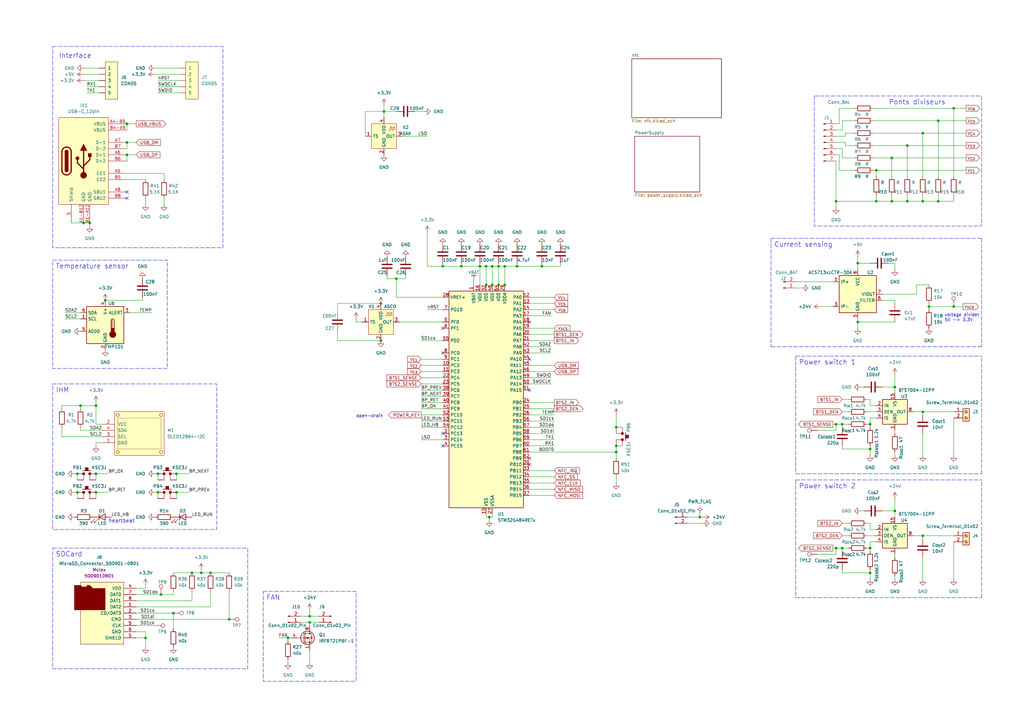
<source format=kicad_sch>
(kicad_sch (version 20230121) (generator eeschema)
  (paper "A3")
  (junction (at 82.55 234.95))
  (junction (at 252.73 185.42))
  (junction (at 31.75 201.93))
  (junction (at 64.77 194.31))
  (junction (at 367.03 209.55))
  (junction (at 72.39 194.31))
  (junction (at 351.79 132.08))
  (junction (at 204.47 116.84))
  (junction (at 391.16 44.45))
  (junction (at 207.01 109.22))
  (junction (at 201.93 109.22))
  (junction (at 39.37 194.31))
  (junction (at 31.75 194.31))
  (junction (at 367.03 158.75))
  (junction (at 356.87 224.79))
  (junction (at 384.81 49.53))
  (junction (at 200.66 212.09))
  (junction (at 378.46 219.71))
  (junction (at 356.87 173.99))
  (junction (at 199.39 109.22))
  (junction (at 372.11 82.55))
  (junction (at 127 252.73))
  (junction (at 59.69 261.62))
  (junction (at 342.9 224.79))
  (junction (at 378.46 54.61))
  (junction (at 356.87 234.95))
  (junction (at 71.12 251.46))
  (junction (at 199.39 116.84))
  (junction (at 52.07 58.42))
  (junction (at 207.01 116.84))
  (junction (at 359.41 69.85))
  (junction (at 72.39 201.93))
  (junction (at 156.21 124.46))
  (junction (at 356.87 184.15))
  (junction (at 162.56 114.3))
  (junction (at 52.07 50.8))
  (junction (at 33.02 166.37))
  (junction (at 365.76 82.55))
  (junction (at 391.16 125.73))
  (junction (at 345.44 173.99))
  (junction (at 78.74 234.95))
  (junction (at 342.9 173.99))
  (junction (at 372.11 59.69))
  (junction (at 39.37 166.37))
  (junction (at 34.29 91.44))
  (junction (at 43.18 123.19))
  (junction (at 222.25 109.22))
  (junction (at 378.46 168.91))
  (junction (at 365.76 64.77))
  (junction (at 342.9 82.55))
  (junction (at 212.09 109.22))
  (junction (at 204.47 109.22))
  (junction (at 127 255.27))
  (junction (at 156.21 139.7))
  (junction (at 189.23 109.22))
  (junction (at 287.02 212.09))
  (junction (at 384.81 82.55))
  (junction (at 345.44 224.79))
  (junction (at 378.46 82.55))
  (junction (at 252.73 175.26))
  (junction (at 64.77 201.93))
  (junction (at 351.79 107.95))
  (junction (at 118.11 261.62))
  (junction (at 201.93 116.84))
  (junction (at 66.04 243.84))
  (junction (at 181.61 109.22))
  (junction (at 157.48 45.72))
  (junction (at 359.41 82.55))
  (junction (at 52.07 63.5))
  (junction (at 252.73 182.88))
  (junction (at 93.98 254))
  (junction (at 381 125.73))
  (junction (at 86.36 234.95))
  (junction (at 39.37 201.93))
  (junction (at 196.85 109.22))
  (junction (at 36.83 91.44))
  (no_connect (at 217.17 147.32))
  (no_connect (at 217.17 132.08))
  (no_connect (at 181.61 144.78))
  (no_connect (at 52.07 78.74))
  (no_connect (at 181.61 134.62))
  (no_connect (at 217.17 187.96))
  (no_connect (at 217.17 190.5))
  (no_connect (at 217.17 160.02))
  (no_connect (at 181.61 182.88))
  (no_connect (at 181.61 177.8))
  (no_connect (at 52.07 81.28))
  (wire (pts (xy 35.56 38.1) (xy 40.64 38.1)))
  (wire (pts (xy 281.94 212.09) (xy 287.02 212.09)))
  (wire (pts (xy 53.34 128.27) (xy 62.23 128.27)))
  (wire (pts (xy 227.33 121.92) (xy 217.17 121.92)))
  (wire (pts (xy 367.03 227.33) (xy 367.03 228.6)))
  (polyline (pts (xy 326.39 196.85) (xy 326.39 245.11)) (stroke (width 0) (type dash)))
  (wire (pts (xy 201.93 109.22) (xy 201.93 116.84)))
  (wire (pts (xy 41.91 179.07) (xy 25.4 179.07)))
  (wire (pts (xy 217.17 175.26) (xy 227.33 175.26)))
  (wire (pts (xy 33.02 166.37) (xy 39.37 166.37)))
  (wire (pts (xy 41.91 181.61) (xy 39.37 181.61)))
  (wire (pts (xy 227.33 198.12) (xy 217.17 198.12)))
  (wire (pts (xy 172.72 175.26) (xy 181.61 175.26)))
  (wire (pts (xy 345.44 53.34) (xy 345.44 49.53)))
  (wire (pts (xy 252.73 175.26) (xy 255.27 175.26)))
  (wire (pts (xy 227.33 124.46) (xy 217.17 124.46)))
  (polyline (pts (xy 316.23 97.79) (xy 402.59 97.79)) (stroke (width 0) (type dash)))
  (wire (pts (xy 93.98 242.57) (xy 93.98 254)))
  (wire (pts (xy 342.9 173.99) (xy 345.44 173.99)))
  (polyline (pts (xy 402.59 245.11) (xy 402.59 196.85)) (stroke (width 0) (type dash)))
  (wire (pts (xy 172.72 147.32) (xy 181.61 147.32)))
  (wire (pts (xy 200.66 212.09) (xy 200.66 213.36)))
  (wire (pts (xy 358.14 49.53) (xy 384.81 49.53)))
  (wire (pts (xy 227.33 152.4) (xy 217.17 152.4)))
  (wire (pts (xy 222.25 109.22) (xy 229.87 109.22)))
  (wire (pts (xy 59.69 259.08) (xy 55.88 259.08)))
  (wire (pts (xy 114.3 261.62) (xy 118.11 261.62)))
  (wire (pts (xy 356.87 233.68) (xy 356.87 234.95)))
  (wire (pts (xy 252.73 185.42) (xy 252.73 187.96)))
  (wire (pts (xy 378.46 177.8) (xy 378.46 186.69)))
  (wire (pts (xy 227.33 203.2) (xy 217.17 203.2)))
  (wire (pts (xy 381 124.46) (xy 381 125.73)))
  (wire (pts (xy 163.83 132.08) (xy 181.61 132.08)))
  (wire (pts (xy 201.93 109.22) (xy 204.47 109.22)))
  (wire (pts (xy 358.14 64.77) (xy 365.76 64.77)))
  (wire (pts (xy 127 255.27) (xy 130.81 255.27)))
  (wire (pts (xy 52.07 73.66) (xy 59.69 73.66)))
  (wire (pts (xy 82.55 233.68) (xy 82.55 234.95)))
  (wire (pts (xy 345.44 182.88) (xy 345.44 184.15)))
  (wire (pts (xy 172.72 157.48) (xy 181.61 157.48)))
  (wire (pts (xy 378.46 219.71) (xy 391.16 219.71)))
  (wire (pts (xy 72.39 194.31) (xy 77.47 194.31)))
  (wire (pts (xy 372.11 82.55) (xy 378.46 82.55)))
  (wire (pts (xy 33.02 176.53) (xy 33.02 175.26)))
  (wire (pts (xy 361.95 123.19) (xy 367.03 123.19)))
  (wire (pts (xy 199.39 109.22) (xy 201.93 109.22)))
  (wire (pts (xy 367.03 185.42) (xy 367.03 186.69)))
  (wire (pts (xy 359.41 166.37) (xy 356.87 166.37)))
  (wire (pts (xy 31.75 201.93) (xy 31.75 204.47)))
  (wire (pts (xy 157.48 45.72) (xy 162.56 45.72)))
  (wire (pts (xy 356.87 224.79) (xy 355.6 224.79)))
  (wire (pts (xy 356.87 214.63) (xy 355.6 214.63)))
  (wire (pts (xy 189.23 109.22) (xy 196.85 109.22)))
  (wire (pts (xy 367.03 132.08) (xy 351.79 132.08)))
  (wire (pts (xy 378.46 54.61) (xy 396.24 54.61)))
  (wire (pts (xy 39.37 194.31) (xy 39.37 196.85)))
  (wire (pts (xy 361.95 120.65) (xy 375.92 120.65)))
  (wire (pts (xy 375.92 116.84) (xy 381 116.84)))
  (wire (pts (xy 58.42 121.92) (xy 58.42 123.19)))
  (wire (pts (xy 175.26 95.25) (xy 175.26 109.22)))
  (wire (pts (xy 149.86 45.72) (xy 157.48 45.72)))
  (wire (pts (xy 181.61 107.95) (xy 181.61 109.22)))
  (wire (pts (xy 59.69 261.62) (xy 59.69 265.43)))
  (wire (pts (xy 359.41 69.85) (xy 396.24 69.85)))
  (wire (pts (xy 158.75 114.3) (xy 162.56 114.3)))
  (wire (pts (xy 356.87 166.37) (xy 356.87 163.83)))
  (wire (pts (xy 204.47 116.84) (xy 204.47 119.38)))
  (wire (pts (xy 199.39 109.22) (xy 199.39 116.84)))
  (wire (pts (xy 351.79 130.81) (xy 351.79 132.08)))
  (wire (pts (xy 64.77 35.56) (xy 73.66 35.56)))
  (wire (pts (xy 372.11 82.55) (xy 365.76 82.55)))
  (wire (pts (xy 384.81 82.55) (xy 378.46 82.55)))
  (wire (pts (xy 375.92 120.65) (xy 375.92 116.84)))
  (wire (pts (xy 391.16 171.45) (xy 391.16 186.69)))
  (wire (pts (xy 138.43 124.46) (xy 156.21 124.46)))
  (wire (pts (xy 149.86 55.88) (xy 149.86 45.72)))
  (wire (pts (xy 52.07 58.42) (xy 52.07 60.96)))
  (wire (pts (xy 359.41 171.45) (xy 356.87 171.45)))
  (wire (pts (xy 252.73 182.88) (xy 255.27 182.88)))
  (wire (pts (xy 30.48 194.31) (xy 31.75 194.31)))
  (wire (pts (xy 71.12 234.95) (xy 78.74 234.95)))
  (wire (pts (xy 287.02 210.82) (xy 287.02 212.09)))
  (wire (pts (xy 34.29 27.94) (xy 40.64 27.94)))
  (wire (pts (xy 39.37 194.31) (xy 44.45 194.31)))
  (wire (pts (xy 52.07 50.8) (xy 52.07 53.34)))
  (wire (pts (xy 345.44 49.53) (xy 350.52 49.53)))
  (wire (pts (xy 227.33 200.66) (xy 217.17 200.66)))
  (wire (pts (xy 63.5 27.94) (xy 73.66 27.94)))
  (wire (pts (xy 204.47 109.22) (xy 204.47 116.84)))
  (wire (pts (xy 127 250.19) (xy 127 252.73)))
  (wire (pts (xy 26.67 128.27) (xy 33.02 128.27)))
  (wire (pts (xy 59.69 261.62) (xy 59.69 259.08)))
  (wire (pts (xy 26.67 130.81) (xy 33.02 130.81)))
  (wire (pts (xy 365.76 80.01) (xy 365.76 82.55)))
  (wire (pts (xy 199.39 118.11) (xy 199.39 116.84)))
  (wire (pts (xy 346.71 54.61) (xy 350.52 54.61)))
  (wire (pts (xy 344.17 44.45) (xy 350.52 44.45)))
  (wire (pts (xy 341.63 173.99) (xy 342.9 173.99)))
  (polyline (pts (xy 316.23 97.79) (xy 316.23 142.24)) (stroke (width 0) (type dash)))
  (wire (pts (xy 227.33 127) (xy 217.17 127)))
  (wire (pts (xy 346.71 55.88) (xy 346.71 54.61)))
  (wire (pts (xy 172.72 139.7) (xy 181.61 139.7)))
  (wire (pts (xy 367.03 158.75) (xy 367.03 161.29)))
  (wire (pts (xy 342.9 82.55) (xy 342.9 85.09)))
  (wire (pts (xy 172.72 149.86) (xy 181.61 149.86)))
  (wire (pts (xy 25.4 166.37) (xy 33.02 166.37)))
  (wire (pts (xy 351.79 105.41) (xy 351.79 107.95)))
  (wire (pts (xy 341.63 224.79) (xy 342.9 224.79)))
  (wire (pts (xy 345.44 64.77) (xy 350.52 64.77)))
  (wire (pts (xy 166.37 114.3) (xy 166.37 113.03)))
  (wire (pts (xy 55.88 241.3) (xy 59.69 241.3)))
  (wire (pts (xy 353.06 158.75) (xy 354.33 158.75)))
  (wire (pts (xy 384.81 49.53) (xy 396.24 49.53)))
  (wire (pts (xy 356.87 184.15) (xy 356.87 186.69)))
  (wire (pts (xy 118.11 261.62) (xy 119.38 261.62)))
  (wire (pts (xy 33.02 166.37) (xy 33.02 167.64)))
  (wire (pts (xy 356.87 173.99) (xy 355.6 173.99)))
  (wire (pts (xy 342.9 58.42) (xy 346.71 58.42)))
  (wire (pts (xy 138.43 139.7) (xy 156.21 139.7)))
  (wire (pts (xy 342.9 60.96) (xy 345.44 60.96)))
  (wire (pts (xy 175.26 127) (xy 181.61 127)))
  (wire (pts (xy 345.44 173.99) (xy 347.98 173.99)))
  (wire (pts (xy 212.09 109.22) (xy 222.25 109.22)))
  (wire (pts (xy 217.17 185.42) (xy 252.73 185.42)))
  (wire (pts (xy 359.41 222.25) (xy 356.87 222.25)))
  (wire (pts (xy 162.56 114.3) (xy 166.37 114.3)))
  (wire (pts (xy 367.03 209.55) (xy 367.03 212.09)))
  (wire (pts (xy 359.41 69.85) (xy 359.41 72.39)))
  (wire (pts (xy 345.44 214.63) (xy 347.98 214.63)))
  (wire (pts (xy 358.14 69.85) (xy 359.41 69.85)))
  (wire (pts (xy 217.17 177.8) (xy 227.33 177.8)))
  (wire (pts (xy 367.03 153.67) (xy 367.03 158.75)))
  (wire (pts (xy 34.29 91.44) (xy 36.83 91.44)))
  (wire (pts (xy 227.33 195.58) (xy 217.17 195.58)))
  (wire (pts (xy 127 255.27) (xy 127 256.54)))
  (wire (pts (xy 138.43 135.89) (xy 138.43 139.7)))
  (wire (pts (xy 227.33 137.16) (xy 217.17 137.16)))
  (wire (pts (xy 207.01 109.22) (xy 212.09 109.22)))
  (wire (pts (xy 181.61 121.92) (xy 162.56 121.92)))
  (wire (pts (xy 342.9 176.53) (xy 342.9 173.99)))
  (wire (pts (xy 199.39 210.82) (xy 199.39 212.09)))
  (wire (pts (xy 344.17 50.8) (xy 344.17 44.45)))
  (wire (pts (xy 39.37 173.99) (xy 41.91 173.99)))
  (wire (pts (xy 123.19 255.27) (xy 127 255.27)))
  (wire (pts (xy 86.36 248.92) (xy 86.36 242.57)))
  (wire (pts (xy 217.17 154.94) (xy 226.06 154.94)))
  (wire (pts (xy 227.33 139.7) (xy 217.17 139.7)))
  (wire (pts (xy 204.47 107.95) (xy 204.47 109.22)))
  (wire (pts (xy 172.72 154.94) (xy 181.61 154.94)))
  (wire (pts (xy 391.16 44.45) (xy 396.24 44.45)))
  (wire (pts (xy 217.17 157.48) (xy 226.06 157.48)))
  (wire (pts (xy 86.36 234.95) (xy 93.98 234.95)))
  (wire (pts (xy 367.03 236.22) (xy 367.03 237.49)))
  (wire (pts (xy 378.46 168.91) (xy 378.46 170.18)))
  (wire (pts (xy 39.37 181.61) (xy 39.37 182.88)))
  (wire (pts (xy 39.37 165.1) (xy 39.37 166.37)))
  (wire (pts (xy 196.85 109.22) (xy 199.39 109.22)))
  (wire (pts (xy 172.72 152.4) (xy 181.61 152.4)))
  (wire (pts (xy 118.11 270.51) (xy 118.11 271.78)))
  (wire (pts (xy 364.49 107.95) (xy 367.03 107.95)))
  (polyline (pts (xy 402.59 194.31) (xy 402.59 146.05)) (stroke (width 0) (type dash)))
  (wire (pts (xy 359.41 82.55) (xy 359.41 80.01)))
  (wire (pts (xy 345.44 173.99) (xy 345.44 175.26)))
  (wire (pts (xy 287.02 212.09) (xy 288.29 212.09)))
  (wire (pts (xy 391.16 222.25) (xy 391.16 237.49)))
  (wire (pts (xy 55.88 251.46) (xy 71.12 251.46)))
  (wire (pts (xy 391.16 125.73) (xy 394.97 125.73)))
  (wire (pts (xy 55.88 254) (xy 93.98 254)))
  (wire (pts (xy 367.03 176.53) (xy 367.03 177.8)))
  (wire (pts (xy 35.56 35.56) (xy 40.64 35.56)))
  (wire (pts (xy 252.73 182.88) (xy 252.73 185.42)))
  (wire (pts (xy 351.79 107.95) (xy 356.87 107.95)))
  (wire (pts (xy 365.76 82.55) (xy 359.41 82.55)))
  (wire (pts (xy 217.17 180.34) (xy 227.33 180.34)))
  (wire (pts (xy 52.07 71.12) (xy 67.31 71.12)))
  (wire (pts (xy 200.66 212.09) (xy 201.93 212.09)))
  (wire (pts (xy 356.87 234.95) (xy 356.87 237.49)))
  (wire (pts (xy 39.37 201.93) (xy 39.37 204.47)))
  (wire (pts (xy 172.72 167.64) (xy 181.61 167.64)))
  (polyline (pts (xy 402.59 142.24) (xy 316.23 142.24)) (stroke (width 0) (type dash)))
  (wire (pts (xy 217.17 142.24) (xy 226.06 142.24)))
  (wire (pts (xy 227.33 167.64) (xy 217.17 167.64)))
  (wire (pts (xy 344.17 63.5) (xy 344.17 69.85)))
  (wire (pts (xy 172.72 162.56) (xy 181.61 162.56)))
  (wire (pts (xy 378.46 228.6) (xy 378.46 237.49)))
  (wire (pts (xy 342.9 66.04) (xy 342.9 82.55)))
  (wire (pts (xy 172.72 165.1) (xy 181.61 165.1)))
  (polyline (pts (xy 326.39 194.31) (xy 402.59 194.31)) (stroke (width 0) (type dash)))
  (wire (pts (xy 55.88 243.84) (xy 66.04 243.84)))
  (wire (pts (xy 34.29 30.48) (xy 40.64 30.48)))
  (wire (pts (xy 146.05 132.08) (xy 148.59 132.08)))
  (wire (pts (xy 367.03 107.95) (xy 367.03 110.49)))
  (wire (pts (xy 78.74 234.95) (xy 82.55 234.95)))
  (wire (pts (xy 335.28 176.53) (xy 342.9 176.53)))
  (wire (pts (xy 381 125.73) (xy 381 127)))
  (wire (pts (xy 342.9 50.8) (xy 344.17 50.8)))
  (wire (pts (xy 67.31 81.28) (xy 67.31 83.82)))
  (polyline (pts (xy 326.39 146.05) (xy 326.39 194.31)) (stroke (width 0) (type dash)))
  (wire (pts (xy 391.16 44.45) (xy 391.16 72.39)))
  (wire (pts (xy 127 252.73) (xy 130.81 252.73)))
  (wire (pts (xy 345.44 184.15) (xy 356.87 184.15)))
  (wire (pts (xy 157.48 43.18) (xy 157.48 45.72)))
  (wire (pts (xy 367.03 204.47) (xy 367.03 209.55)))
  (wire (pts (xy 356.87 163.83) (xy 355.6 163.83)))
  (wire (pts (xy 158.75 113.03) (xy 158.75 114.3)))
  (wire (pts (xy 39.37 166.37) (xy 39.37 173.99)))
  (wire (pts (xy 372.11 80.01) (xy 372.11 82.55)))
  (wire (pts (xy 199.39 212.09) (xy 200.66 212.09)))
  (wire (pts (xy 58.42 123.19) (xy 43.18 123.19)))
  (wire (pts (xy 365.76 64.77) (xy 396.24 64.77)))
  (wire (pts (xy 342.9 63.5) (xy 344.17 63.5)))
  (wire (pts (xy 326.39 115.57) (xy 341.63 115.57)))
  (wire (pts (xy 55.88 248.92) (xy 86.36 248.92)))
  (wire (pts (xy 361.95 158.75) (xy 367.03 158.75)))
  (wire (pts (xy 342.9 82.55) (xy 359.41 82.55)))
  (wire (pts (xy 353.06 209.55) (xy 354.33 209.55)))
  (wire (pts (xy 335.28 227.33) (xy 342.9 227.33)))
  (wire (pts (xy 64.77 194.31) (xy 64.77 196.85)))
  (wire (pts (xy 63.5 194.31) (xy 64.77 194.31)))
  (wire (pts (xy 172.72 180.34) (xy 181.61 180.34)))
  (wire (pts (xy 391.16 82.55) (xy 384.81 82.55)))
  (wire (pts (xy 165.1 55.88) (xy 175.26 55.88)))
  (wire (pts (xy 345.44 233.68) (xy 345.44 234.95)))
  (wire (pts (xy 52.07 58.42) (xy 55.88 58.42)))
  (wire (pts (xy 227.33 193.04) (xy 217.17 193.04)))
  (wire (pts (xy 356.87 217.17) (xy 356.87 214.63)))
  (wire (pts (xy 138.43 128.27) (xy 138.43 124.46)))
  (wire (pts (xy 372.11 59.69) (xy 372.11 72.39)))
  (wire (pts (xy 342.9 224.79) (xy 345.44 224.79)))
  (wire (pts (xy 71.12 242.57) (xy 71.12 243.84)))
  (wire (pts (xy 72.39 194.31) (xy 72.39 196.85)))
  (wire (pts (xy 207.01 116.84) (xy 207.01 119.38)))
  (wire (pts (xy 384.81 49.53) (xy 384.81 72.39)))
  (wire (pts (xy 227.33 149.86) (xy 217.17 149.86)))
  (wire (pts (xy 361.95 209.55) (xy 367.03 209.55)))
  (wire (pts (xy 378.46 80.01) (xy 378.46 82.55)))
  (wire (pts (xy 181.61 109.22) (xy 189.23 109.22)))
  (wire (pts (xy 41.91 176.53) (xy 33.02 176.53)))
  (wire (pts (xy 189.23 107.95) (xy 189.23 109.22)))
  (wire (pts (xy 358.14 44.45) (xy 391.16 44.45)))
  (wire (pts (xy 25.4 167.64) (xy 25.4 166.37)))
  (polyline (pts (xy 326.39 196.85) (xy 402.59 196.85)) (stroke (width 0) (type dash)))
  (wire (pts (xy 336.55 125.73) (xy 341.63 125.73)))
  (wire (pts (xy 172.72 170.18) (xy 181.61 170.18)))
  (wire (pts (xy 217.17 129.54) (xy 226.06 129.54)))
  (wire (pts (xy 356.87 224.79) (xy 356.87 226.06)))
  (polyline (pts (xy 402.59 97.79) (xy 402.59 142.24)) (stroke (width 0) (type dash)))
  (wire (pts (xy 378.46 219.71) (xy 378.46 220.98)))
  (wire (pts (xy 52.07 63.5) (xy 55.88 63.5)))
  (wire (pts (xy 175.26 109.22) (xy 181.61 109.22)))
  (wire (pts (xy 67.31 71.12) (xy 67.31 73.66)))
  (wire (pts (xy 374.65 168.91) (xy 378.46 168.91)))
  (wire (pts (xy 358.14 59.69) (xy 372.11 59.69)))
  (wire (pts (xy 342.9 227.33) (xy 342.9 224.79)))
  (wire (pts (xy 374.65 219.71) (xy 378.46 219.71)))
  (wire (pts (xy 36.83 91.44) (xy 36.83 92.71)))
  (wire (pts (xy 356.87 182.88) (xy 356.87 184.15)))
  (wire (pts (xy 196.85 107.95) (xy 196.85 109.22)))
  (wire (pts (xy 345.44 60.96) (xy 345.44 64.77)))
  (wire (pts (xy 229.87 107.95) (xy 229.87 109.22)))
  (wire (pts (xy 59.69 241.3) (xy 59.69 240.03)))
  (wire (pts (xy 64.77 201.93) (xy 64.77 204.47)))
  (wire (pts (xy 378.46 168.91) (xy 391.16 168.91)))
  (wire (pts (xy 342.9 53.34) (xy 345.44 53.34)))
  (wire (pts (xy 227.33 165.1) (xy 217.17 165.1)))
  (wire (pts (xy 281.94 214.63) (xy 288.29 214.63)))
  (wire (pts (xy 345.44 163.83) (xy 347.98 163.83)))
  (wire (pts (xy 356.87 171.45) (xy 356.87 173.99)))
  (wire (pts (xy 378.46 54.61) (xy 378.46 72.39)))
  (wire (pts (xy 345.44 168.91) (xy 347.98 168.91)))
  (wire (pts (xy 31.75 194.31) (xy 31.75 196.85)))
  (wire (pts (xy 345.44 234.95) (xy 356.87 234.95)))
  (wire (pts (xy 201.93 116.84) (xy 201.93 119.38)))
  (wire (pts (xy 66.04 243.84) (xy 71.12 243.84)))
  (wire (pts (xy 55.88 261.62) (xy 59.69 261.62)))
  (wire (pts (xy 222.25 107.95) (xy 222.25 109.22)))
  (wire (pts (xy 71.12 257.81) (xy 71.12 251.46)))
  (wire (pts (xy 172.72 160.02) (xy 181.61 160.02)))
  (wire (pts (xy 59.69 81.28) (xy 59.69 83.82)))
  (wire (pts (xy 52.07 63.5) (xy 52.07 66.04)))
  (wire (pts (xy 207.01 109.22) (xy 207.01 116.84)))
  (wire (pts (xy 217.17 182.88) (xy 227.33 182.88)))
  (wire (pts (xy 217.17 172.72) (xy 227.33 172.72)))
  (wire (pts (xy 227.33 134.62) (xy 217.17 134.62)))
  (polyline (pts (xy 326.39 146.05) (xy 402.59 146.05)) (stroke (width 0) (type dash)))
  (wire (pts (xy 82.55 234.95) (xy 86.36 234.95)))
  (wire (pts (xy 345.44 219.71) (xy 347.98 219.71)))
  (wire (pts (xy 55.88 256.54) (xy 63.5 256.54)))
  (wire (pts (xy 72.39 201.93) (xy 72.39 204.47)))
  (wire (pts (xy 326.39 118.11) (xy 328.93 118.11)))
  (wire (pts (xy 194.31 115.57) (xy 194.31 116.84)))
  (wire (pts (xy 351.79 132.08) (xy 351.79 134.62)))
  (wire (pts (xy 157.48 48.26) (xy 157.48 45.72)))
  (wire (pts (xy 72.39 201.93) (xy 77.47 201.93)))
  (wire (pts (xy 355.6 168.91) (xy 359.41 168.91)))
  (wire (pts (xy 196.85 109.22) (xy 196.85 116.84)))
  (wire (pts (xy 34.29 33.02) (xy 40.64 33.02)))
  (wire (pts (xy 123.19 252.73) (xy 127 252.73)))
  (wire (pts (xy 63.5 201.93) (xy 64.77 201.93)))
  (wire (pts (xy 204.47 109.22) (xy 207.01 109.22)))
  (wire (pts (xy 162.56 121.92) (xy 162.56 114.3)))
  (wire (pts (xy 63.5 30.48) (xy 73.66 30.48)))
  (wire (pts (xy 217.17 144.78) (xy 226.06 144.78)))
  (wire (pts (xy 351.79 107.95) (xy 351.79 110.49)))
  (wire (pts (xy 52.07 50.8) (xy 55.88 50.8)))
  (wire (pts (xy 381 125.73) (xy 391.16 125.73)))
  (wire (pts (xy 344.17 69.85) (xy 350.52 69.85)))
  (wire (pts (xy 39.37 201.93) (xy 44.45 201.93)))
  (wire (pts (xy 30.48 201.93) (xy 31.75 201.93)))
  (wire (pts (xy 355.6 219.71) (xy 359.41 219.71)))
  (wire (pts (xy 345.44 224.79) (xy 347.98 224.79)))
  (wire (pts (xy 212.09 107.95) (xy 212.09 109.22)))
  (wire (pts (xy 29.21 91.44) (xy 34.29 91.44)))
  (wire (pts (xy 356.87 222.25) (xy 356.87 224.79)))
  (wire (pts (xy 118.11 261.62) (xy 118.11 262.89)))
  (wire (pts (xy 201.93 210.82) (xy 201.93 212.09)))
  (wire (pts (xy 172.72 172.72) (xy 181.61 172.72)))
  (wire (pts (xy 345.44 224.79) (xy 345.44 226.06)))
  (wire (pts (xy 64.77 33.02) (xy 73.66 33.02)))
  (wire (pts (xy 146.05 130.81) (xy 146.05 132.08)))
  (wire (pts (xy 391.16 80.01) (xy 391.16 82.55)))
  (wire (pts (xy 346.71 59.69) (xy 350.52 59.69)))
  (wire (pts (xy 342.9 55.88) (xy 346.71 55.88)))
  (wire (pts (xy 217.17 170.18) (xy 227.33 170.18)))
  (wire (pts (xy 252.73 170.18) (xy 252.73 175.26)))
  (wire (pts (xy 384.81 80.01) (xy 384.81 82.55)))
  (wire (pts (xy 78.74 246.38) (xy 55.88 246.38)))
  (polyline (pts (xy 326.39 245.11) (xy 402.59 245.11)) (stroke (width 0) (type dash)))
  (wire (pts (xy 356.87 173.99) (xy 356.87 175.26)))
  (wire (pts (xy 252.73 195.58) (xy 252.73 198.12)))
  (wire (pts (xy 372.11 59.69) (xy 396.24 59.69)))
  (wire (pts (xy 25.4 179.07) (xy 25.4 175.26)))
  (wire (pts (xy 365.76 64.77) (xy 365.76 72.39)))
  (wire (pts (xy 367.03 123.19) (xy 367.03 124.46)))
  (wire (pts (xy 64.77 38.1) (xy 73.66 38.1)))
  (wire (pts (xy 346.71 58.42) (xy 346.71 59.69)))
  (wire (pts (xy 173.99 45.72) (xy 170.18 45.72)))
  (wire (pts (xy 359.41 217.17) (xy 356.87 217.17)))
  (wire (pts (xy 358.14 54.61) (xy 378.46 54.61)))
  (wire (pts (xy 127 271.78) (xy 127 266.7)))
  (wire (pts (xy 78.74 242.57) (xy 78.74 246.38)))
  (rectangle (start 107.95 242.57) (end 146.05 279.4) (stroke (width 0) (type dash)))
  (rectangle (start 21.59 224.79) (end 101.6 274.32) (stroke (width 0) (type dash)))
  (rectangle (start 21.59 106.68) (end 68.58 151.13) (stroke (width 0) (type dash)))
  (rectangle (start 334.01 39.37) (end 402.59 92.71) (stroke (width 0) (type dash)))
  (rectangle (start 21.59 19.05) (end 91.44 101.6) (stroke (width 0) (type dash)))
  (rectangle (start 21.59 157.48) (end 88.9 217.17) (stroke (width 0) (type dash)))
  (text "Interface" (at 24.13 24.13 0) (effects (font (size 2 2)) (justify left bottom)))
  (text "Power switch 1" (at 327.66 149.86 0) (effects (font (size 2 2)) (justify left bottom)))
  (text "voltage divider\n5V -> 3.3V" (at 387.35 132.08 0) (effects (font (size 1.27 1.27)) (justify left bottom)))
  (text "IHM" (at 22.86 161.29 0) (effects (font (size 2 2)) (justify left bottom)))
  (text "Current sensing" (at 317.5 101.6 0) (effects (font (size 2 2)) (justify left bottom)))
  (text "SDCard" (at 22.86 228.6 0) (effects (font (size 2 2)) (justify left bottom)))
  (text "Ponts diviseurs" (at 364.49 43.18 0) (effects (font (size 2 2)) (justify left bottom)))
  (text "heartbeat" (at 44.45 214.63 0) (effects (font (size 1.5 1.5)) (justify left bottom)))
  (text "Temperature sensor" (at 22.86 110.49 0) (effects (font (size 2 2)) (justify left bottom)))
  (text "open-drain" (at 146.05 171.45 0) (effects (font (size 1.27 1.27)) (justify left bottom)))
  (text "FAN" (at 109.22 246.38 0) (effects (font (size 2 2)) (justify left bottom)))
  (text "Power switch 2" (at 327.66 200.66 0) (effects (font (size 2 2)) (justify left bottom)))
  (label "BP_OK" (at 44.45 194.31 0))
  (label "SD1di" (at 227.33 177.8 180))
  (label "SDA2" (at 226.06 142.24 180))
  (label "SWDCLK" (at 226.06 157.48 180))
  (label "SDA2" (at 26.67 128.27 0))
  (label "SD1di" (at 63.5 254 180))
  (label "BP_NEXT" (at 77.47 194.31 0))
  (label "SD1do" (at 227.33 175.26 180))
  (label "TEMP" (at 62.23 128.27 180))
  (label "SCL2" (at 226.06 144.78 180))
  (label "RX1" (at 35.56 35.56 0))
  (label "BP_NEXT" (at 172.72 162.56 0))
  (label "SDA2" (at 36.83 176.53 0))
  (label "TEMP" (at 227.33 170.18 180))
  (label "LSO" (at 172.72 180.34 0))
  (label "SWDCLK" (at 64.77 35.56 0))
  (label "LED_RUN" (at 172.72 172.72 0))
  (label "LED_RUN" (at 78.74 212.09 0))
  (label "SCL2" (at 36.83 179.07 0))
  (label "FAN" (at 114.3 261.62 0))
  (label "LED_HB" (at 45.72 212.09 0))
  (label "BP_PREV" (at 172.72 160.02 0))
  (label "SD1cs" (at 63.5 251.46 180))
  (label "nRST" (at 64.77 33.02 0))
  (label "BP_OK" (at 172.72 167.64 0))
  (label "TX1" (at 227.33 180.34 180))
  (label "TX1" (at 35.56 38.1 0))
  (label "FAN" (at 226.06 129.54 180))
  (label "SCL2" (at 26.67 130.81 0))
  (label "SD1cs" (at 172.72 139.7 0))
  (label "BP_RET" (at 172.72 165.1 0))
  (label "SWDIO" (at 226.06 154.94 180))
  (label "LED_HB" (at 172.72 175.26 0))
  (label "SD1ck" (at 63.5 256.54 180))
  (label "SD1ck" (at 227.33 172.72 180))
  (label "BOOT0" (at 227.33 185.42 180))
  (label "SD1do" (at 64.77 243.84 180))
  (label "BP_RET" (at 44.45 201.93 0))
  (label "SWDIO" (at 64.77 38.1 0))
  (label "LSO" (at 175.26 55.88 180))
  (label "nRST" (at 175.26 127 0))
  (label "RX1" (at 227.33 182.88 180))
  (label "BP_PREV" (at 77.47 201.93 0))
  (global_label "V_{C4}" (shape output) (at 396.24 54.61 0) (property "Intersheetrefs" "${INTERSHEET_REFS}" (effects hide)))
  (global_label "USB_VBUS" (shape output) (at 55.88 50.8 0) (property "Intersheetrefs" "${INTERSHEET_REFS}" (effects hide)))
  (global_label "BTS1_SENSE" (shape output) (at 341.63 173.99 180) (property "Intersheetrefs" "${INTERSHEET_REFS}" (effects hide)))
  (global_label "BTS2_DEN" (shape input) (at 345.44 219.71 180) (property "Intersheetrefs" "${INTERSHEET_REFS}" (effects hide)))
  (global_label "V_{C3}" (shape output) (at 396.24 59.69 0) (property "Intersheetrefs" "${INTERSHEET_REFS}" (effects hide)))
  (global_label "BTS1_DEN" (shape output) (at 227.33 137.16 0) (property "Intersheetrefs" "${INTERSHEET_REFS}" (effects hide)))
  (global_label "NFC_MISO" (shape input) (at 227.33 200.66 0) (property "Intersheetrefs" "${INTERSHEET_REFS}" (effects hide)))
  (global_label "NFC_MOSI" (shape input) (at 227.33 203.2 0) (property "Intersheetrefs" "${INTERSHEET_REFS}" (effects hide)))
  (global_label "NFC_IRQ" (shape input) (at 227.33 193.04 0) (property "Intersheetrefs" "${INTERSHEET_REFS}" (effects hide)))
  (global_label "BTS2_IN" (shape output) (at 227.33 165.1 0) (property "Intersheetrefs" "${INTERSHEET_REFS}" (effects hide)))
  (global_label "BTS1_SENSE" (shape input) (at 172.72 154.94 180) (property "Intersheetrefs" "${INTERSHEET_REFS}" (effects hide)))
  (global_label "V_{C1}" (shape input) (at 172.72 147.32 180) (property "Intersheetrefs" "${INTERSHEET_REFS}" (effects hide)))
  (global_label "BTS2_IN" (shape input) (at 345.44 214.63 180) (property "Intersheetrefs" "${INTERSHEET_REFS}" (effects hide)))
  (global_label "V_{C6}" (shape input) (at 227.33 127 0) (property "Intersheetrefs" "${INTERSHEET_REFS}" (effects hide)))
  (global_label "BTS2_SENSE" (shape input) (at 172.72 157.48 180) (property "Intersheetrefs" "${INTERSHEET_REFS}" (effects hide)))
  (global_label "NFC_CLK" (shape input) (at 227.33 198.12 0) (property "Intersheetrefs" "${INTERSHEET_REFS}" (effects hide)))
  (global_label "V_{C6}" (shape output) (at 396.24 44.45 0) (property "Intersheetrefs" "${INTERSHEET_REFS}" (effects hide)))
  (global_label "V_{ACS}" (shape input) (at 227.33 134.62 0) (property "Intersheetrefs" "${INTERSHEET_REFS}" (effects hide)))
  (global_label "USB_DM" (shape input) (at 55.88 58.42 0) (property "Intersheetrefs" "${INTERSHEET_REFS}" (effects hide)))
  (global_label "BTS1_IN" (shape output) (at 227.33 139.7 0) (property "Intersheetrefs" "${INTERSHEET_REFS}" (effects hide)))
  (global_label "USB_DP" (shape input) (at 55.88 63.5 0) (property "Intersheetrefs" "${INTERSHEET_REFS}" (effects hide)))
  (global_label "V_{C5}" (shape input) (at 227.33 124.46 0) (property "Intersheetrefs" "${INTERSHEET_REFS}" (effects hide)))
  (global_label "V_{C5}" (shape output) (at 396.24 49.53 0) (property "Intersheetrefs" "${INTERSHEET_REFS}" (effects hide)))
  (global_label "BTS1_IN" (shape input) (at 345.44 163.83 180) (property "Intersheetrefs" "${INTERSHEET_REFS}" (effects hide)))
  (global_label "BTS2_DEN" (shape output) (at 227.33 167.64 0) (property "Intersheetrefs" "${INTERSHEET_REFS}" (effects hide)))
  (global_label "BTS2_SENSE" (shape output) (at 341.63 224.79 180) (property "Intersheetrefs" "${INTERSHEET_REFS}" (effects hide)))
  (global_label "V_{C3}" (shape input) (at 172.72 152.4 180) (property "Intersheetrefs" "${INTERSHEET_REFS}" (effects hide)))
  (global_label "USB_DM" (shape input) (at 227.33 149.86 0) (property "Intersheetrefs" "${INTERSHEET_REFS}" (effects hide)))
  (global_label "NFC_SS" (shape input) (at 227.33 195.58 0) (property "Intersheetrefs" "${INTERSHEET_REFS}" (effects hide)))
  (global_label "V_{C1}" (shape output) (at 396.24 69.85 0) (property "Intersheetrefs" "${INTERSHEET_REFS}" (effects hide)))
  (global_label "BTS1_DEN" (shape input) (at 345.44 168.91 180) (property "Intersheetrefs" "${INTERSHEET_REFS}" (effects hide)))
  (global_label "V_{C2}" (shape output) (at 396.24 64.77 0) (property "Intersheetrefs" "${INTERSHEET_REFS}" (effects hide)))
  (global_label "POWER_KEY" (shape output) (at 172.72 170.18 180) (property "Intersheetrefs" "${INTERSHEET_REFS}" (effects hide)))
  (global_label "USB_DP" (shape input) (at 227.33 152.4 0) (property "Intersheetrefs" "${INTERSHEET_REFS}" (effects hide)))
  (global_label "V_{C2}" (shape input) (at 172.72 149.86 180) (property "Intersheetrefs" "${INTERSHEET_REFS}" (effects hide)))
  (global_label "V_{ACS}" (shape output) (at 394.97 125.73 0) (property "Intersheetrefs" "${INTERSHEET_REFS}" (effects hide)))
  (global_label "V_{C4}" (shape input) (at 227.33 121.92 0) (property "Intersheetrefs" "${INTERSHEET_REFS}" (effects hide)))
  (symbol (lib_id "Device:C") (at 166.37 109.22 180) (unit 1)
    (property "Reference" "C26" (at 166.37 111.76 0) (effects (justify left)))
    (property "Value" "100nF" (at 166.37 106.68 0) (effects (justify left)))
    (property "Footprint" "Capacitor_SMD:C_0603_1608Metric" (effects hide))
  )
  (symbol (lib_id "_GRZ_Switches:KSC3J") (at 34.29 196.85 0) (unit 1)
    (property "Reference" "PB1" (at 31.75 191.77 0))
    (property "Value" "KSC3J" (at 40.64 191.77 0))
    (property "Footprint" "_Switches_GRZ:KSC3J" (effects hide))
  )
  (symbol (lib_id "power:GND") (at 173.99 45.72 90) (unit 1)
    (property "Reference" "#PWR063" (effects hide))
    (property "Value" "GND" (at 177.8 45.72 90) (effects (justify right)))
  )
  (symbol (lib_id "power:GND") (at 351.79 134.62 0) (unit 1)
    (property "Reference" "#PWR014" (effects hide))
    (property "Value" "GND" (at 351.79 139.7 0))
  )
  (symbol (lib_id "Device:C") (at 367.03 128.27 0) (unit 1)
    (property "Reference" "C_{F}1" (at 370.84 128.27 0) (effects (justify left)))
    (property "Value" "47nF" (at 370.84 130.81 0) (effects (justify left)))
    (property "Footprint" "Capacitor_SMD:C_0603_1608Metric" (effects hide))
  )
  (symbol (lib_id "Device:C") (at 345.44 229.87 0) (unit 1)
    (property "Reference" "C_{SENSE}2" (at 334.01 229.87 0) (effects (justify left)))
    (property "Value" "220p" (at 339.09 232.41 0) (effects (justify left)))
    (property "Footprint" "Capacitor_SMD:C_0603_1608Metric" (effects hide))
  )
  (symbol (lib_id "power:GND") (at 229.87 100.33 180) (unit 1)
    (property "Reference" "#PWR070" (effects hide))
    (property "Value" "GND" (at 229.87 95.25 0))
  )
  (symbol (lib_id "Device:C") (at 360.68 107.95 90) (unit 1)
    (property "Reference" "C_{BYP}1" (at 367.03 104.14 90) (effects (justify left)))
    (property "Value" "100nF" (at 368.3 106.68 90) (effects (justify left)))
    (property "Footprint" "Capacitor_SMD:C_0603_1608Metric" (effects hide))
  )
  (symbol (lib_id "power:+24V") (at 367.03 204.47 0) (unit 1)
    (property "Reference" "#PWR022" (effects hide))
    (property "Value" "+24V" (at 367.03 199.39 0))
  )
  (symbol (lib_id "Device:R") (at 354.33 49.53 90) (unit 1)
    (property "Reference" "R5" (at 351.79 52.07 90))
    (property "Value" "R" (at 355.6 52.07 90))
    (property "Footprint" "Resistor_SMD:R_0603_1608Metric" (effects hide))
  )
  (symbol (lib_id "Device:R") (at 378.46 76.2 180) (unit 1)
    (property "Reference" "R13" (at 381 78.74 0))
    (property "Value" "R" (at 381 74.93 0))
    (property "Footprint" "Resistor_SMD:R_0603_1608Metric" (effects hide))
  )
  (symbol (lib_id "Device:R") (at 93.98 238.76 0) (unit 1)
    (property "Reference" "R39" (at 97.79 237.49 0))
    (property "Value" "40k" (at 97.79 240.03 0))
    (property "Footprint" "Resistor_SMD:R_0603_1608Metric" (effects hide))
  )
  (symbol (lib_id "_GRZ_Connectors:CON05") (at 73.66 27.94 0) (unit 1)
    (property "Reference" "J7" (at 82.55 31.75 0) (effects (justify left)))
    (property "Value" "CON05" (at 82.55 34.29 0) (effects (justify left)))
    (property "Footprint" "_Connectors_GRZ:PicoBlade_53398-0571" (effects hide))
  )
  (symbol (lib_id "_GRZ_Misc:ASCO") (at 156.21 132.08 0) (unit 1)
    (property "Reference" "X1" (at 152.4 125.73 0))
    (property "Value" "ASCO" (at 160.02 125.73 0))
    (property "Footprint" "_Misc_GRZ:Osc_ASCO" (effects hide))
    (property "MFR" "Abracon" (effects hide))
  )
  (symbol (lib_id "Device:R") (at 365.76 76.2 180) (unit 1)
    (property "Reference" "R11" (at 368.3 78.74 0))
    (property "Value" "R" (at 368.3 74.93 0))
    (property "Footprint" "Resistor_SMD:R_0603_1608Metric" (effects hide))
  )
  (symbol (lib_id "Connector:Screw_Terminal_01x02") (at 396.24 168.91 0) (unit 1)
    (property "Reference" "J3" (at 398.78 168.91 0) (effects (justify left)))
    (property "Value" "Screw_Terminal_01x02" (at 379.73 165.1 0) (effects (justify left)))
    (property "Footprint" "TerminalBlock:TerminalBlock_bornier-2_P5.08mm" (effects hide))
  )
  (symbol (lib_id "Connector:TestPoint") (at 335.28 176.53 90) (unit 1)
    (property "Reference" "TP11" (at 332.74 179.07 90) (effects (justify left)))
    (property "Value" "TestPoint" (effects hide))
    (property "Footprint" "TestPoint:TestPoint_Pad_D2.0mm" (effects hide))
  )
  (symbol (lib_id "Device:C") (at 196.85 104.14 0) (unit 1)
    (property "Reference" "C20" (at 196.85 101.6 0) (effects (justify left)))
    (property "Value" "100nF" (at 196.85 106.68 0) (effects (justify left)))
    (property "Footprint" "Capacitor_SMD:C_0603_1608Metric" (effects hide))
  )
  (symbol (lib_id "power:GND") (at 63.5 194.31 270) (unit 1)
    (property "Reference" "#PWR07" (effects hide))
    (property "Value" "GND" (at 59.69 194.31 90) (effects (justify right)))
  )
  (symbol (lib_id "power:GND") (at 71.12 265.43 0) (unit 1)
    (property "Reference" "#PWR081" (effects hide))
    (property "Value" "GND" (at 71.12 270.51 0))
  )
  (symbol (lib_id "power:GND") (at 288.29 214.63 90) (unit 1)
    (property "Reference" "#PWR0105" (effects hide))
    (property "Value" "GND" (at 292.1 214.63 90) (effects (justify right)))
  )
  (symbol (lib_id "power:GND") (at 353.06 209.55 270) (unit 1)
    (property "Reference" "#PWR016" (effects hide))
    (property "Value" "GND" (at 349.25 209.55 90) (effects (justify right)))
  )
  (symbol (lib_id "Device:R") (at 354.33 64.77 90) (unit 1)
    (property "Reference" "R8" (at 351.79 67.31 90))
    (property "Value" "R" (at 355.6 67.31 90))
    (property "Footprint" "Resistor_SMD:R_0603_1608Metric" (effects hide))
  )
  (symbol (lib_id "power:GND") (at 30.48 194.31 270) (unit 1)
    (property "Reference" "#PWR02" (effects hide))
    (property "Value" "GND" (at 26.67 194.31 90) (effects (justify right)))
  )
  (symbol (lib_id "power:PWR_FLAG") (at 287.02 210.82 0) (unit 1)
    (property "Reference" "#FLG03" (effects hide))
    (property "Value" "PWR_FLAG" (at 287.02 205.74 0))
  )
  (symbol (lib_id "Device:C") (at 212.09 104.14 0) (unit 1)
    (property "Reference" "C22" (at 212.09 101.6 0) (effects (justify left)))
    (property "Value" "4.7uF" (at 212.09 106.68 0) (effects (justify left)))
    (property "Footprint" "Capacitor_SMD:C_0603_1608Metric" (effects hide))
  )
  (symbol (lib_id "Device:C") (at 358.14 158.75 270) (unit 1)
    (property "Reference" "C_{VS}1" (at 358.14 151.13 90))
    (property "Value" "100nF" (at 358.14 153.67 90))
    (property "Footprint" "Capacitor_SMD:C_0603_1608Metric" (effects hide))
  )
  (symbol (lib_id "power:+3.3V") (at 82.55 233.68 0) (unit 1)
    (property "Reference" "#PWR082" (effects hide))
    (property "Value" "+3.3V" (at 82.55 228.6 0))
  )
  (symbol (lib_id "Device:C") (at 58.42 118.11 180) (unit 1)
    (property "Reference" "C28" (at 63.5 115.57 0) (effects (justify left)))
    (property "Value" "100nF" (at 64.77 120.65 0) (effects (justify left)))
    (property "Footprint" "Capacitor_SMD:C_0603_1608Metric" (effects hide))
  )
  (symbol (lib_id "power:+3.3V") (at 175.26 95.25 0) (unit 1)
    (property "Reference" "#PWR010" (effects hide))
    (property "Value" "+3.3V" (at 175.26 90.17 0))
  )
  (symbol (lib_id "power:GND") (at 391.16 186.69 0) (unit 1)
    (property "Reference" "#PWR027" (effects hide))
    (property "Value" "GND" (at 391.16 191.77 0))
  )
  (symbol (lib_id "power:+5V") (at 34.29 30.48 90) (unit 1)
    (property "Reference" "#PWR076" (effects hide))
    (property "Value" "+5V" (at 30.48 30.48 90) (effects (justify left)))
  )
  (symbol (lib_id "Device:C") (at 378.46 224.79 0) (unit 1)
    (property "Reference" "C_{OUT}2" (at 382.27 223.52 0) (effects (justify left)))
    (property "Value" "10nF" (at 382.27 226.06 0) (effects (justify left)))
    (property "Footprint" "Capacitor_SMD:C_0603_1608Metric" (effects hide))
  )
  (symbol (lib_id "Device:R") (at 78.74 238.76 0) (unit 1)
    (property "Reference" "R37" (at 82.55 237.49 0))
    (property "Value" "40k" (at 82.55 240.03 0))
    (property "Footprint" "Resistor_SMD:R_0603_1608Metric" (effects hide))
  )
  (symbol (lib_id "power:GND") (at 67.31 83.82 0) (unit 1)
    (property "Reference" "#PWR093" (effects hide))
    (property "Value" "GND" (at 67.31 88.9 0))
  )
  (symbol (lib_id "Device:R") (at 67.31 212.09 270) (unit 1)
    (property "Reference" "R14" (at 67.31 209.55 90))
    (property "Value" "390" (at 67.31 214.63 90))
    (property "Footprint" "Resistor_SMD:R_0603_1608Metric" (effects hide))
  )
  (symbol (lib_id "Connector:Conn_01x02_Pin") (at 135.89 255.27 180) (unit 1)
    (property "Reference" "J9" (at 130.81 248.92 0) (effects (justify right)))
    (property "Value" "Conn_01x02_Pin" (at 128.27 256.54 0) (effects (justify right)))
    (property "Footprint" "Connector_PinHeader_2.54mm:PinHeader_1x02_P2.54mm_Vertical" (effects hide))
  )
  (symbol (lib_id "power:GND") (at 156.21 139.7 0) (unit 1)
    (property "Reference" "#PWR083" (effects hide))
    (property "Value" "GND" (at 156.21 144.78 0))
  )
  (symbol (lib_id "Connector:Conn_01x02_Pin") (at 276.86 212.09 0) (unit 1)
    (property "Reference" "J5" (at 277.495 207.01 0))
    (property "Value" "Conn_01x02_Pin" (at 277.495 209.55 0))
  )
  (symbol (lib_id "power:+5V") (at 351.79 105.41 0) (unit 1)
    (property "Reference" "#PWR013" (effects hide))
    (property "Value" "+5V" (at 351.79 100.33 0))
  )
  (symbol (lib_id "_GRZ_Modules:OLED12864-I2C") (at 57.15 176.53 0) (unit 1)
    (property "Reference" "M1" (at 68.58 176.53 0) (effects (justify left)))
    (property "Value" "OLED12864-I2C" (at 68.58 179.07 0) (effects (justify left)))
    (property "Footprint" "_Modules_GRZ:OLED12864-I2C" (effects hide))
  )
  (symbol (lib_id "Device:C") (at 158.75 109.22 180) (unit 1)
    (property "Reference" "C25" (at 158.75 111.76 0) (effects (justify left)))
    (property "Value" "1uF" (at 158.75 106.68 0) (effects (justify left)))
    (property "Footprint" "Capacitor_SMD:C_0603_1608Metric" (effects hide))
  )
  (symbol (lib_id "Device:R") (at 59.69 77.47 0) (unit 1)
    (property "Reference" "R41" (at 63.5 76.2 0))
    (property "Value" "5.1K" (at 63.5 78.74 0))
    (property "Footprint" "Resistor_SMD:R_0603_1608Metric" (effects hide))
  )
  (symbol (lib_id "power:GND") (at 118.11 271.78 0) (unit 1)
    (property "Reference" "#PWR038" (effects hide))
    (property "Value" "GND" (at 118.11 276.86 0))
  )
  (symbol (lib_id "Device:R") (at 71.12 238.76 0) (unit 1)
    (property "Reference" "R36" (at 74.93 237.49 0))
    (property "Value" "40k" (at 74.93 240.03 0))
    (property "Footprint" "Resistor_SMD:R_0603_1608Metric" (effects hide))
  )
  (symbol (lib_id "power:+3.3V") (at 43.18 123.19 0) (unit 1)
    (property "Reference" "#PWR086" (effects hide))
    (property "Value" "+3.3V" (at 43.18 118.11 0))
  )
  (symbol (lib_id "Connector:Conn_01x02_Pin") (at 118.11 255.27 0) (mirror x) (unit 1)
    (property "Reference" "J10" (at 123.19 248.92 0) (effects (justify right)))
    (property "Value" "Conn_01x02_Pin" (at 125.73 256.54 0) (effects (justify right)))
    (property "Footprint" "Connector_PinHeader_2.54mm:PinHeader_1x02_P2.54mm_Vertical" (effects hide))
  )
  (symbol (lib_id "Device:R") (at 351.79 168.91 90) (unit 1)
    (property "Reference" "R_{DEN}1" (at 347.98 171.45 90))
    (property "Value" "4.7k" (at 353.06 171.45 90))
    (property "Footprint" "Resistor_SMD:R_0603_1608Metric" (effects hide))
  )
  (symbol (lib_id "power:+3.3V") (at 39.37 165.1 0) (unit 1)
    (property "Reference" "#PWR05" (effects hide))
    (property "Value" "+3.3V" (at 39.37 160.02 0))
  )
  (symbol (lib_id "power:GND") (at 367.03 186.69 0) (unit 1)
    (property "Reference" "#PWR021" (effects hide))
    (property "Value" "GND" (at 367.03 191.77 0))
  )
  (symbol (lib_id "Connector:Conn_01x07_Pin") (at 337.82 58.42 0) (unit 1)
    (property "Reference" "J1" (at 339.09 48.26 0))
    (property "Value" "Conn_BAL" (at 344.17 41.91 0))
    (property "Footprint" "Connector_JST:JST_XH_B7B-XH-A_1x07_P2.50mm_Vertical" (effects hide))
  )
  (symbol (lib_id "Device:R") (at 118.11 266.7 0) (unit 1)
    (property "Reference" "R27" (at 121.92 265.43 0))
    (property "Value" "40k" (at 121.92 267.97 0))
    (property "Footprint" "Resistor_SMD:R_0603_1608Metric" (effects hide))
  )
  (symbol (lib_id "Device:C") (at 204.47 104.14 0) (unit 1)
    (property "Reference" "C21" (at 204.47 101.6 0) (effects (justify left)))
    (property "Value" "100nF" (at 204.47 106.68 0) (effects (justify left)))
    (property "Footprint" "Capacitor_SMD:C_0603_1608Metric" (effects hide))
  )
  (symbol (lib_id "power:GND") (at 189.23 100.33 180) (unit 1)
    (property "Reference" "#PWR065" (effects hide))
    (property "Value" "GND" (at 189.23 95.25 0))
  )
  (symbol (lib_id "Device:R") (at 354.33 44.45 90) (unit 1)
    (property "Reference" "R4" (at 351.79 46.99 90))
    (property "Value" "R" (at 355.6 46.99 90))
    (property "Footprint" "Resistor_SMD:R_0603_1608Metric" (effects hide))
  )
  (symbol (lib_id "_GRZ_Connectors:CON05") (at 40.64 27.94 0) (unit 1)
    (property "Reference" "J6" (at 49.53 31.75 0) (effects (justify left)))
    (property "Value" "CON05" (at 49.53 34.29 0) (effects (justify left)))
    (property "Footprint" "_Connectors_GRZ:PicoBlade_53398-0571" (effects hide))
  )
  (symbol (lib_id "_GRZ_Misc:ASAK") (at 157.48 55.88 0) (unit 1)
    (property "Reference" "X2" (at 166.37 52.2321 0))
    (property "Value" "ASAK" (at 166.37 54.7721 0))
    (property "Footprint" "_Misc_GRZ:Osc_ASAK" (effects hide))
    (property "MFR" "Abracon" (effects hide))
  )
  (symbol (lib_id "power:+3.3V") (at 34.29 33.02 90) (unit 1)
    (property "Reference" "#PWR075" (effects hide))
    (property "Value" "+3.3V" (at 30.48 33.02 90) (effects (justify left)))
  )
  (symbol (lib_id "Sensor_Current:ACS713xLCTR-30A") (at 351.79 120.65 0) (unit 1)
    (property "Reference" "U2" (at 355.6 111.76 0) (effects (justify left)))
    (property "Value" "ACS713xLCTR-30A" (at 331.47 111.76 0) (effects (justify left)))
    (property "Footprint" "Package_SO:SOIC-8_3.9x4.9mm_P1.27mm" (effects hide))
    (property "Datasheet" "http://www.allegromicro.com/~/media/Files/Datasheets/ACS713-Datasheet.ashx?la=en" (effects hide))
  )
  (symbol (lib_id "Device:C") (at 378.46 173.99 0) (unit 1)
    (property "Reference" "C_{OUT}1" (at 382.27 172.72 0) (effects (justify left)))
    (property "Value" "10nF" (at 382.27 175.26 0) (effects (justify left)))
    (property "Footprint" "Capacitor_SMD:C_0603_1608Metric" (effects hide))
  )
  (symbol (lib_id "Connector:TestPoint") (at 93.98 254 270) (unit 1)
    (property "Reference" "TP7" (at 95.25 256.54 90) (effects (justify left)))
    (property "Value" "TestPoint" (effects hide))
    (property "Footprint" "TestPoint:TestPoint_Pad_D2.0mm" (effects hide))
  )
  (symbol (lib_id "Connector:TestPoint") (at 63.5 256.54 270) (unit 1)
    (property "Reference" "TP6" (at 64.77 259.08 90) (effects (justify left)))
    (property "Value" "TestPoint" (effects hide))
    (property "Footprint" "TestPoint:TestPoint_Pad_D2.0mm" (effects hide))
  )
  (symbol (lib_id "Device:R") (at 367.03 232.41 180) (unit 1)
    (property "Reference" "R_{GND}2" (at 369.57 236.22 90))
    (property "Value" "47" (at 369.57 231.14 90))
    (property "Footprint" "Resistor_SMD:R_0603_1608Metric" (effects hide))
  )
  (symbol (lib_id "power:+24V") (at 127 250.19 0) (unit 1)
    (property "Reference" "#PWR090" (effects hide))
    (property "Value" "+24V" (at 127 245.11 0))
  )
  (symbol (lib_id "Device:R") (at 381 130.81 180) (unit 1)
    (property "Reference" "R18" (at 384.81 129.54 0))
    (property "Value" "18k" (at 384.81 132.08 0))
    (property "Footprint" "Resistor_SMD:R_0603_1608Metric" (effects hide))
  )
  (symbol (lib_id "power:GND") (at 63.5 201.93 270) (unit 1)
    (property "Reference" "#PWR08" (effects hide))
    (property "Value" "GND" (at 59.69 201.93 90) (effects (justify right)))
  )
  (symbol (lib_id "power:+3.3V") (at 157.48 43.18 0) (unit 1)
    (property "Reference" "#PWR094" (effects hide))
    (property "Value" "+3.3V" (at 157.48 38.1 0))
  )
  (symbol (lib_id "_GRZ_Switches:KSC3J") (at 67.31 204.47 0) (unit 1)
    (property "Reference" "PB4" (at 64.77 199.39 0))
    (property "Value" "KSC3J" (at 73.66 199.39 0))
    (property "Footprint" "_Switches_GRZ:KSC3J" (effects hide))
  )
  (symbol (lib_id "Device:R") (at 356.87 229.87 180) (unit 1)
    (property "Reference" "R_{SENSE}2" (at 359.41 234.95 90))
    (property "Value" "1.2k" (at 359.41 228.6 90))
    (property "Footprint" "Resistor_SMD:R_0603_1608Metric" (effects hide))
  )
  (symbol (lib_id "power:GND") (at 63.5 212.09 270) (unit 1)
    (property "Reference" "#PWR09" (effects hide))
    (property "Value" "GND" (at 59.69 212.09 90) (effects (justify right)))
  )
  (symbol (lib_id "Device:C") (at 138.43 132.08 0) (unit 1)
    (property "Reference" "C27" (at 133.35 134.62 0) (effects (justify left)))
    (property "Value" "100nF" (at 132.08 129.54 0) (effects (justify left)))
    (property "Footprint" "Capacitor_SMD:C_0603_1608Metric" (effects hide))
  )
  (symbol (lib_id "Connector:Screw_Terminal_01x02") (at 396.24 219.71 0) (unit 1)
    (property "Reference" "J4" (at 398.78 219.71 0) (effects (justify left)))
    (property "Value" "Screw_Terminal_01x02" (at 379.73 215.9 0) (effects (justify left)))
    (property "Footprint" "TerminalBlock:TerminalBlock_bornier-2_P5.08mm" (effects hide))
  )
  (symbol (lib_id "power:GND") (at 158.75 105.41 180) (unit 1)
    (property "Reference" "#PWR072" (effects hide))
    (property "Value" "GND" (at 158.75 100.33 0))
  )
  (symbol (lib_id "Device:R") (at 391.16 76.2 180) (unit 1)
    (property "Reference" "R16" (at 393.7 78.74 0))
    (property "Value" "R" (at 393.7 74.93 0))
    (property "Footprint" "Resistor_SMD:R_0603_1608Metric" (effects hide))
  )
  (symbol (lib_id "power:GND") (at 181.61 100.33 180) (unit 1)
    (property "Reference" "#PWR064" (effects hide))
    (property "Value" "GND" (at 181.61 95.25 0))
  )
  (symbol (lib_id "Device:R") (at 381 120.65 180) (unit 1)
    (property "Reference" "R17" (at 384.81 119.38 0))
    (property "Value" "10k" (at 384.81 121.92 0))
    (property "Footprint" "Resistor_SMD:R_0603_1608Metric" (effects hide))
  )
  (symbol (lib_id "Device:R") (at 356.87 179.07 180) (unit 1)
    (property "Reference" "R_{SENSE}1" (at 359.41 184.15 90))
    (property "Value" "1.2k" (at 359.41 177.8 90))
    (property "Footprint" "Resistor_SMD:R_0603_1608Metric" (effects hide))
  )
  (symbol (lib_id "power:GND") (at 342.9 85.09 0) (unit 1)
    (property "Reference" "#PWR01" (effects hide))
    (property "Value" "GND" (at 342.9 90.17 0))
  )
  (symbol (lib_id "power:GND") (at 59.69 265.43 0) (unit 1)
    (property "Reference" "#PWR080" (effects hide))
    (property "Value" "GND" (at 59.69 270.51 0))
  )
  (symbol (lib_id "_GRZ_Connectors:MicroSD_Connector_500901-0801") (at 43.18 254 0) (unit 1)
    (property "Reference" "J8" (at 40.6717 228.6 0))
    (property "Value" "MicroSD_Connector_500901-0801" (at 40.6717 231.14 0))
    (property "Footprint" "_Connectors_GRZ:MicroSD_500901-0801" (effects hide))
    (property "MFR" "Molex" (at 40.6717 233.68 0))
    (property "MFR REF" "5009010801" (at 40.6717 236.22 0))
  )
  (symbol (lib_id "Device:R") (at 384.81 76.2 180) (unit 1)
    (property "Reference" "R15" (at 387.35 78.74 0))
    (property "Value" "R" (at 387.35 74.93 0))
    (property "Footprint" "Resistor_SMD:R_0603_1608Metric" (effects hide))
  )
  (symbol (lib_id "Device:R") (at 372.11 76.2 180) (unit 1)
    (property "Reference" "R12" (at 374.65 78.74 0))
    (property "Value" "R" (at 374.65 74.93 0))
    (property "Footprint" "Resistor_SMD:R_0603_1608Metric" (effects hide))
  )
  (symbol (lib_id "Sensor_Temperature:TMP101") (at 43.18 133.35 0) (unit 1)
    (property "Reference" "U6" (at 45.72 124.46 0))
    (property "Value" "TMP101" (at 46.99 142.24 0))
    (property "Footprint" "Package_TO_SOT_SMD:SOT-23-6" (effects hide))
    (property "Datasheet" "https://www.ti.com/lit/ds/symlink/tmp101.pdf" (effects hide))
  )
  (symbol (lib_id "power:GND") (at 252.73 198.12 0) (unit 1)
    (property "Reference" "#PWR0102" (effects hide))
    (property "Value" "GND" (at 252.73 203.2 0))
  )
  (symbol (lib_id "power:GND") (at 212.09 100.33 180) (unit 1)
    (property "Reference" "#PWR068" (effects hide))
    (property "Value" "GND" (at 212.09 95.25 0))
  )
  (symbol (lib_id "power:+3.3V") (at 59.69 240.03 0) (unit 1)
    (property "Reference" "#PWR079" (effects hide))
    (property "Value" "+3.3V" (at 59.69 234.95 0))
  )
  (symbol (lib_id "power:GND") (at 356.87 186.69 0) (unit 1)
    (property "Reference" "#PWR017" (effects hide))
    (property "Value" "GND" (at 356.87 191.77 0))
  )
  (symbol (lib_id "Device:R") (at 351.79 219.71 90) (unit 1)
    (property "Reference" "R_{DEN}2" (at 347.98 222.25 90))
    (property "Value" "4.7k" (at 353.06 222.25 90))
    (property "Footprint" "Resistor_SMD:R_0603_1608Metric" (effects hide))
  )
  (symbol (lib_id "power:+24V") (at 367.03 153.67 0) (unit 1)
    (property "Reference" "#PWR020" (effects hide))
    (property "Value" "+24V" (at 367.03 148.59 0))
  )
  (symbol (lib_id "power:GND") (at 127 271.78 0) (unit 1)
    (property "Reference" "#PWR089" (effects hide))
    (property "Value" "GND" (at 127 276.86 0))
  )
  (symbol (lib_id "MCU_ST_STM32G4:STM32G484RETx") (at 199.39 165.1 0) (unit 1)
    (property "Reference" "U1" (at 204.1241 210.82 0) (effects (justify left)))
    (property "Value" "STM32G484RETx" (at 204.1241 213.36 0) (effects (justify left)))
    (property "Footprint" "Package_QFP:LQFP-64_10x10mm_P0.5mm" (effects hide))
    (property "Datasheet" "https://www.st.com/resource/en/datasheet/stm32g484re.pdf" (effects hide))
  )
  (symbol (lib_id "Connector:Conn_01x02_Pin") (at 321.31 118.11 0) (mirror x) (unit 1)
    (property "Reference" "J2" (at 321.31 114.3 0))
    (property "Value" "Conn_BAT" (at 322.58 111.76 0))
    (property "Footprint" "Connector_AMASS:AMASS_XT60IPW-M_1x03_P7.20mm_Horizontal" (effects hide))
  )
  (symbol (lib_id "power:GND") (at 367.03 237.49 0) (unit 1)
    (property "Reference" "#PWR023" (effects hide))
    (property "Value" "GND" (at 367.03 242.57 0))
  )
  (symbol (lib_id "Device:C") (at 166.37 45.72 90) (unit 1)
    (property "Reference" "C29" (at 163.83 44.45 90) (effects (justify left)))
    (property "Value" "100nF" (at 173.99 44.45 90) (effects (justify left)))
    (property "Footprint" "Capacitor_SMD:C_0603_1608Metric" (effects hide))
  )
  (symbol (lib_id "power:+24V") (at 336.55 125.73 90) (unit 1)
    (property "Reference" "#PWR012" (effects hide))
    (property "Value" "+24V" (at 332.74 125.73 90) (effects (justify left)))
  )
  (symbol (lib_id "Device:R") (at 34.29 212.09 270) (unit 1)
    (property "Reference" "R3" (at 34.29 209.55 90))
    (property "Value" "390" (at 34.29 214.63 90))
    (property "Footprint" "Resistor_SMD:R_0603_1608Metric" (effects hide))
  )
  (symbol (lib_id "Device:C") (at 358.14 209.55 270) (unit 1)
    (property "Reference" "C_{VS}2" (at 358.14 201.93 90))
    (property "Value" "100nF" (at 358.14 204.47 90))
    (property "Footprint" "Capacitor_SMD:C_0603_1608Metric" (effects hide))
  )
  (symbol (lib_id "Device:R") (at 351.79 163.83 90) (unit 1)
    (property "Reference" "R_{IN}1" (at 347.98 166.37 90))
    (property "Value" "4.7k" (at 353.06 166.37 90))
    (property "Footprint" "Resistor_SMD:R_0603_1608Metric" (effects hide))
  )
  (symbol (lib_id "power:GND") (at 378.46 237.49 0) (unit 1)
    (property "Reference" "#PWR025" (effects hide))
    (property "Value" "GND" (at 378.46 242.57 0))
  )
  (symbol (lib_id "power:GND") (at 353.06 158.75 270) (unit 1)
    (property "Reference" "#PWR015" (effects hide))
    (property "Value" "GND" (at 349.25 158.75 90) (effects (justify right)))
  )
  (symbol (lib_id "Connector:TestPoint") (at 71.12 251.46 270) (unit 1)
    (property "Reference" "TP8" (at 76.2 251.46 90) (effects (justify left)))
    (property "Value" "TestPoint" (effects hide))
    (property "Footprint" "TestPoint:TestPoint_Pad_D2.0mm" (effects hide))
  )
  (symbol (lib_id "Device:C") (at 345.44 179.07 0) (unit 1)
    (property "Reference" "C_{SENSE}1" (at 335.28 179.07 0) (effects (justify left)))
    (property "Value" "220p" (at 339.09 181.61 0) (effects (justify left)))
    (property "Footprint" "Capacitor_SMD:C_0603_1608Metric" (effects hide))
  )
  (symbol (lib_id "power:+3.3V") (at 146.05 130.81 0) (unit 1)
    (property "Reference" "#PWR030" (effects hide))
    (property "Value" "+3.3V" (at 146.05 125.73 0))
  )
  (symbol (lib_id "power:GND") (at 39.37 182.88 0) (unit 1)
    (property "Reference" "#PWR06" (effects hide))
    (property "Value" "GND" (at 39.37 187.96 0))
  )
  (symbol (lib_id "Connector:TestPoint") (at 66.04 243.84 0) (unit 1)
    (property "Reference" "TP9" (at 64.77 238.76 0) (effects (justify left)))
    (property "Value" "TestPoint" (effects hide))
    (property "Footprint" "TestPoint:TestPoint_Pad_D2.0mm" (effects hide))
  )
  (symbol (lib_id "power:GND") (at 59.69 83.82 0) (unit 1)
    (property "Reference" "#PWR092" (effects hide))
    (property "Value" "GND" (at 59.69 88.9 0))
  )
  (symbol (lib_id "power:+3.3V") (at 156.21 124.46 0) (unit 1)
    (property "Reference" "#PWR084" (effects hide))
    (property "Value" "+3.3V" (at 156.21 119.38 0))
  )
  (symbol (lib_id "power:GND") (at 356.87 237.49 0) (unit 1)
    (property "Reference" "#PWR018" (effects hide))
    (property "Value" "GND" (at 356.87 242.57 0))
  )
  (symbol (lib_id "Transistor_FET:IRF8721PBF-1") (at 124.46 261.62 0) (unit 1)
    (property "Reference" "Q1" (at 130.81 260.35 0) (effects (justify left)))
    (property "Value" "IRF8721PBF-1" (at 130.81 262.89 0) (effects (justify left)))
    (property "Footprint" "Package_SO:SOIC-8_3.9x4.9mm_P1.27mm" (effects hide))
    (property "Datasheet" "http://www.irf.com/product-info/datasheets/data/irf8721pbf-1.pdf" (effects hide))
  )
  (symbol (lib_id "power:GND") (at 222.25 100.33 180) (unit 1)
    (property "Reference" "#PWR069" (effects hide))
    (property "Value" "GND" (at 222.25 95.25 0))
  )
  (symbol (lib_id "_GRZ_Switches:KSC3J") (at 34.29 204.47 0) (unit 1)
    (property "Reference" "PB2" (at 31.75 199.39 0))
    (property "Value" "KSC3J" (at 40.64 199.39 0))
    (property "Footprint" "_Switches_GRZ:KSC3J" (effects hide))
  )
  (symbol (lib_id "Power_Management:BTS7004-1EPP") (at 367.03 219.71 0) (unit 1)
    (property "Reference" "U4" (at 370.84 213.36 0))
    (property "Value" "BTS7004-1EPP" (at 375.92 210.82 0))
    (property "Footprint" "Package_SO:Infineon_PG-TSDSO-14-22" (effects hide))
    (property "Datasheet" "https://www.infineon.com/dgdl/Infineon-BTS7004-1EPP-DS-v01_00-EN.pdf?fileId=5546d4626102d35a016147550a725555" (effects hide))
  )
  (symbol (lib_id "Device:R") (at 354.33 59.69 90) (unit 1)
    (property "Reference" "R7" (at 351.79 62.23 90))
    (property "Value" "R" (at 355.6 62.23 90))
    (property "Footprint" "Resistor_SMD:R_0603_1608Metric" (effects hide))
  )
  (symbol (lib_id "Device:C") (at 189.23 104.14 0) (unit 1)
    (property "Reference" "C19" (at 189.23 101.6 0) (effects (justify left)))
    (property "Value" "100nF" (at 189.23 106.68 0) (effects (justify left)))
    (property "Footprint" "Capacitor_SMD:C_0603_1608Metric" (effects hide))
  )
  (symbol (lib_id "Device:R") (at 33.02 171.45 180) (unit 1)
    (property "Reference" "R2" (at 36.83 170.18 0))
    (property "Value" "4.7k" (at 36.83 172.72 0))
    (property "Footprint" "Resistor_SMD:R_0603_1608Metric" (effects hide))
  )
  (symbol (lib_id "Device:R") (at 67.31 77.47 0) (unit 1)
    (property "Reference" "R42" (at 71.12 76.2 0))
    (property "Value" "5.1K" (at 71.12 78.74 0))
    (property "Footprint" "Resistor_SMD:R_0603_1608Metric" (effects hide))
  )
  (symbol (lib_id "power:+3.3V") (at 252.73 170.18 0) (unit 1)
    (property "Reference" "#PWR040" (effects hide))
    (property "Value" "+3.3V" (at 252.73 165.1 0))
  )
  (symbol (lib_id "Device:LED") (at 74.93 212.09 0) (unit 1)
    (property "Reference" "D2" (at 74.93 209.55 0))
    (property "Value" "LED" (at 74.93 214.63 0))
    (property "Footprint" "LED_SMD:LED_0603_1608Metric" (effects hide))
  )
  (symbol (lib_id "Connector:TestPoint") (at 335.28 227.33 90) (unit 1)
    (property "Reference" "TP12" (at 332.74 229.87 90) (effects (justify left)))
    (property "Value" "TestPoint" (effects hide))
    (property "Footprint" "TestPoint:TestPoint_Pad_D2.0mm" (effects hide))
  )
  (symbol (lib_id "power:GND") (at 157.48 63.5 0) (unit 1)
    (property "Reference" "#PWR095" (effects hide))
    (property "Value" "GND" (at 157.48 68.58 0))
  )
  (symbol (lib_id "Device:C") (at 229.87 104.14 0) (unit 1)
    (property "Reference" "C24" (at 229.87 101.6 0) (effects (justify left)))
    (property "Value" "1uF" (at 229.87 106.68 0) (effects (justify left)))
    (property "Footprint" "Capacitor_SMD:C_0603_1608Metric" (effects hide))
  )
  (symbol (lib_id "power:GND") (at 33.02 135.89 270) (unit 1)
    (property "Reference" "#PWR088" (effects hide))
    (property "Value" "GND" (at 29.21 135.89 90) (effects (justify right)))
  )
  (symbol (lib_id "Device:C") (at 181.61 104.14 0) (unit 1)
    (property "Reference" "C1" (at 181.61 101.6 0) (effects (justify left)))
    (property "Value" "100nF" (at 181.61 106.68 0) (effects (justify left)))
    (property "Footprint" "Capacitor_SMD:C_0603_1608Metric" (effects hide))
  )
  (symbol (lib_id "_GRZ_Switches:KSC3J") (at 252.73 177.8 270) (unit 1)
    (property "Reference" "PB6" (at 257.81 175.26 0))
    (property "Value" "KSC3J" (at 257.81 184.15 0))
    (property "Footprint" "_Switches_GRZ:KSC3J" (effects hide))
  )
  (symbol (lib_id "power:GND") (at 381 134.62 0) (unit 1)
    (property "Reference" "#PWR026" (effects hide))
    (property "Value" "GND" (at 381 139.7 0))
  )
  (symbol (lib_id "Device:R") (at 351.79 224.79 90) (unit 1)
    (property "Reference" "R_{ADC}2" (at 347.98 227.33 90))
    (property "Value" "4.7k" (at 353.06 227.33 90))
    (property "Footprint" "Resistor_SMD:R_0603_1608Metric" (effects hide))
  )
  (symbol (lib_id "power:GND") (at 30.48 212.09 270) (unit 1)
    (property "Reference" "#PWR04" (effects hide))
    (property "Value" "GND" (at 26.67 212.09 90) (effects (justify right)))
  )
  (symbol (lib_id "Device:R") (at 252.73 191.77 0) (unit 1)
    (property "Reference" "R51" (at 256.54 190.5 0))
    (property "Value" "40k" (at 256.54 193.04 0))
    (property "Footprint" "Resistor_SMD:R_0603_1608Metric" (effects hide))
  )
  (symbol (lib_id "_GRZ_Connectors:USB-C_12pin") (at 34.29 66.04 0) (unit 1)
    (property "Reference" "J11" (at 34.29 43.18 0))
    (property "Value" "USB-C_12pin" (at 34.29 45.72 0))
    (property "Footprint" "_Connectors_GRZ:USB-C_HRO_C-31-M-12" (effects hide))
  )
  (symbol (lib_id "power:+3.3V") (at 63.5 30.48 90) (unit 1)
    (property "Reference" "#PWR078" (effects hide))
    (property "Value" "+3.3V" (at 59.69 30.48 90) (effects (justify left)))
  )
  (symbol (lib_id "_GRZ_Power:VBAT") (at 194.31 115.57 0) (unit 1)
    (property "Reference" "#PWR096" (effects hide))
    (property "Value" "VBAT" (at 194.31 111.76 0))
  )
  (symbol (lib_id "Device:R") (at 351.79 214.63 90) (unit 1)
    (property "Reference" "R_{IN}2" (at 347.98 217.17 90))
    (property "Value" "4.7k" (at 353.06 217.17 90))
    (property "Footprint" "Resistor_SMD:R_0603_1608Metric" (effects hide))
  )
  (symbol (lib_id "Device:LED") (at 41.91 212.09 0) (unit 1)
    (property "Reference" "D1" (at 41.91 209.55 0))
    (property "Value" "LED" (at 41.91 214.63 0))
    (property "Footprint" "LED_SMD:LED_0603_1608Metric" (effects hide))
  )
  (symbol (lib_id "power:GND") (at 43.18 143.51 0) (unit 1)
    (property "Reference" "#PWR085" (effects hide))
    (property "Value" "GND" (at 43.18 148.59 0))
  )
  (symbol (lib_id "Device:R") (at 359.41 76.2 180) (unit 1)
    (property "Reference" "R10" (at 361.95 78.74 0))
    (property "Value" "R" (at 361.95 74.93 0))
    (property "Footprint" "Resistor_SMD:R_0603_1608Metric" (effects hide))
  )
  (symbol (lib_id "power:GND") (at 200.66 213.36 0) (unit 1)
    (property "Reference" "#PWR073" (effects hide))
    (property "Value" "GND" (at 200.66 218.44 0))
  )
  (symbol (lib_id "Device:R") (at 354.33 69.85 90) (unit 1)
    (property "Reference" "R9" (at 351.79 72.39 90))
    (property "Value" "R" (at 355.6 72.39 90))
    (property "Footprint" "Resistor_SMD:R_0603_1608Metric" (effects hide))
  )
  (symbol (lib_id "Power_Management:BTS7004-1EPP") (at 367.03 168.91 0) (unit 1)
    (property "Reference" "U3" (at 370.84 162.56 0))
    (property "Value" "BTS7004-1EPP" (at 375.92 160.02 0))
    (property "Footprint" "Package_SO:Infineon_PG-TSDSO-14-22" (effects hide))
    (property "Datasheet" "https://www.infineon.com/dgdl/Infineon-BTS7004-1EPP-DS-v01_00-EN.pdf?fileId=5546d4626102d35a016147550a725555" (effects hide))
  )
  (symbol (lib_id "Device:R") (at 71.12 261.62 0) (unit 1)
    (property "Reference" "R40" (at 74.93 260.35 0))
    (property "Value" "40k" (at 74.93 262.89 0))
    (property "Footprint" "Resistor_SMD:R_0603_1608Metric" (effects hide))
  )
  (symbol (lib_id "power:GND") (at 63.5 27.94 270) (unit 1)
    (property "Reference" "#PWR077" (effects hide))
    (property "Value" "GND" (at 59.69 27.94 90) (effects (justify right)))
  )
  (symbol (lib_id "power:GND") (at 204.47 100.33 180) (unit 1)
    (property "Reference" "#PWR067" (effects hide))
    (property "Value" "GND" (at 204.47 95.25 0))
  )
  (symbol (lib_id "power:GND") (at 30.48 201.93 270) (unit 1)
    (property "Reference" "#PWR03" (effects hide))
    (property "Value" "GND" (at 26.67 201.93 90) (effects (justify right)))
  )
  (symbol (lib_id "power:GND") (at 166.37 105.41 180) (unit 1)
    (property "Reference" "#PWR071" (effects hide))
    (property "Value" "GND" (at 166.37 100.33 0))
  )
  (symbol (lib_id "power:GND") (at 391.16 237.49 0) (unit 1)
    (property "Reference" "#PWR028" (effects hide))
    (property "Value" "GND" (at 391.16 242.57 0))
  )
  (symbol (lib_id "Device:R") (at 25.4 171.45 180) (unit 1)
    (property "Reference" "R1" (at 29.21 170.18 0))
    (property "Value" "4.7k" (at 29.21 172.72 0))
    (property "Footprint" "Resistor_SMD:R_0603_1608Metric" (effects hide))
  )
  (symbol (lib_id "Device:R") (at 367.03 181.61 180) (unit 1)
    (property "Reference" "R_{GND}1" (at 369.57 185.42 90))
    (property "Value" "47" (at 369.57 180.34 90))
    (property "Footprint" "Resistor_SMD:R_0603_1608Metric" (effects hide))
  )
  (symbol (lib_id "power:GND") (at 58.42 114.3 180) (unit 1)
    (property "Reference" "#PWR087" (effects hide))
    (property "Value" "GND" (at 58.42 109.22 0))
  )
  (symbol (lib_id "power:GND") (at 378.46 186.69 0) (unit 1)
    (property "Reference" "#PWR024" (effects hide))
    (property "Value" "GND" (at 378.46 191.77 0))
  )
  (symbol (lib_id "power:GND") (at 367.03 110.49 0) (unit 1)
    (property "Reference" "#PWR019" (effects hide))
    (property "Value" "GND" (at 367.03 115.57 0))
  )
  (symbol (lib_id "Connector:TestPoint") (at 391.16 125.73 0) (unit 1)
    (property "Reference" "TP10" (at 389.89 120.65 0) (effects (justify left)))
    (property "Value" "TestPoint" (effects hide))
    (property "Footprint" "TestPoint:TestPoint_Pad_D2.0mm" (effects hide))
  )
  (symbol (lib_id "Device:R") (at 351.79 173.99 90) (unit 1)
    (property "Reference" "R_{ADC}1" (at 347.98 176.53 90))
    (property "Value" "4.7k" (at 353.06 176.53 90))
    (property "Footprint" "Resistor_SMD:R_0603_1608Metric" (effects hide))
  )
  (symbol (lib_id "power:GND") (at 328.93 118.11 90) (unit 1)
    (property "Reference" "#PWR011" (effects hide))
    (property "Value" "GND" (at 332.74 118.11 90) (effects (justify right)))
  )
  (symbol (lib_id "power:GND") (at 196.85 100.33 180) (unit 1)
    (property "Reference" "#PWR066" (effects hide))
    (property "Value" "GND" (at 196.85 95.25 0))
  )
  (symbol (lib_id "Device:C") (at 222.25 104.14 0) (unit 1)
    (property "Reference" "C23" (at 222.25 101.6 0) (effects (justify left)))
    (property "Value" "10nF" (at 222.25 106.68 0) (effects (justify left)))
    (property "Footprint" "Capacitor_SMD:C_0603_1608Metric" (effects hide))
  )
  (symbol (lib_id "power:GND") (at 36.83 92.71 0) (unit 1)
    (property "Reference" "#PWR091" (effects hide))
    (property "Value" "GND" (at 36.83 97.79 0))
  )
  (symbol (lib_id "power:+24V") (at 288.29 212.09 270) (unit 1)
    (property "Reference" "#PWR0104" (effects hide))
    (property "Value" "+24V" (at 292.1 212.09 90) (effects (justify left)))
  )
  (symbol (lib_id "power:GND") (at 34.29 27.94 270) (unit 1)
    (property "Reference" "#PWR074" (effects hide))
    (property "Value" "GND" (at 30.48 27.94 90) (effects (justify right)))
  )
  (symbol (lib_id "Device:R") (at 86.36 238.76 0) (unit 1)
    (property "Reference" "R38" (at 90.17 237.49 0))
    (property "Value" "40k" (at 90.17 240.03 0))
    (property "Footprint" "Resistor_SMD:R_0603_1608Metric" (effects hide))
  )
  (symbol (lib_id "_GRZ_Switches:KSC3J") (at 67.31 196.85 0) (unit 1)
    (property "Reference" "PB3" (at 64.77 191.77 0))
    (property "Value" "KSC3J" (at 73.66 191.77 0))
    (property "Footprint" "_Switches_GRZ:KSC3J" (effects hide))
  )
  (symbol (lib_id "Device:R") (at 354.33 54.61 90) (unit 1)
    (property "Reference" "R6" (at 351.79 57.15 90))
    (property "Value" "R" (at 355.6 57.15 90))
    (property "Footprint" "Resistor_SMD:R_0603_1608Metric" (effects hide))
  )
  (sheet (at 259.08 24.13) (size 36.83 24.13) (stroke (width 0.1524))
    (property "Sheetname" "nfc" (at 259.08 23.4184 0) (effects (justify left bottom)))
    (property "Sheetfile" "nfc.kicad_sch" (at 259.08 48.8446 0) (effects (justify left top)))
  )
  (sheet (at 260.35 55.88) (size 26.67 22.86) (stroke (width 0.1524))
    (property "Sheetname" "PowerSupply" (at 260.35 55.1684 0) (effects (justify left bottom)))
    (property "Sheetfile" "power_supply.kicad_sch" (at 260.35 79.3246 0) (effects (justify left top)))
  )
)
</source>
